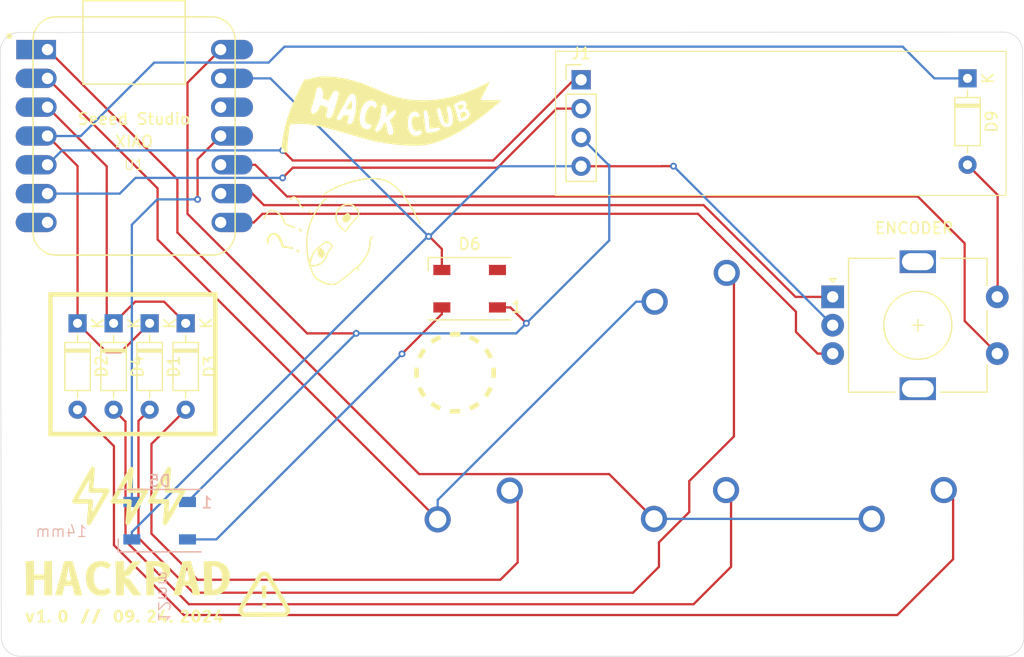
<source format=kicad_pcb>
(kicad_pcb (version 20240108) (generator "pcbnew") (generator_version "8.0")
  (layers (0 "F.Cu" signal) (31 "B.Cu" signal) (34 "B.Paste" user) (35 "F.Paste" user) (36 "B.SilkS" user "B.Silkscreen") (37 "F.SilkS" user "F.Silkscreen") (38 "B.Mask" user) (39 "F.Mask" user) (44 "Edge.Cuts" user))
  (net 0 "")
  (net 1 "Net-(D1-A)")
  (net 2 "ROW0")
  (net 3 "Net-(D2-A)")
  (net 4 "ROW1")
  (net 5 "EC11A")
  (net 6 "EC11SWA")
  (net 7 "GND")
  (net 8 "EC11B")
  (net 9 "COL0")
  (net 10 "COL1")
  (net 11 "Net-(D3-A)")
  (net 13 "VCC")
  (net 15 "Net-(D4-A)")
  (net 16 "SDA")
  (net 17 "SCL")
  (net 18 "WS2812B")
  (net 19 "Net-(D5-DOUT)")
  (net 21 "COL2")
  (footprint "Diode_THT:D_DO-35_SOD27_P7.62mm_Horizontal" (layer "F.Cu") (at 110.33125 99.695 -90)
    (property "Reference" "D4" (at 3.81 -2.12 90) (layer "F.SilkS"))
    (property "Value" "D")
    (fp_text user "K" (at 0 -1.8 90) (layer "F.SilkS"))
    (pad "1" thru_hole rect (at 0 0 270) (size 1.6 1.6) (drill 0.8) (layers "*.Cu" "*.Mask") (net 4 "ROW1"))
    (pad "2" thru_hole oval (at 7.62 0 270) (size 1.6 1.6) (drill 0.8) (layers "*.Cu" "*.Mask") (net 15 "Net-(D4-A)"))
  )
  (footprint "Seeed Studio XIAO Series Library:XIAO-Generic-Hybrid-14P-2.54-21X17.8MM" (layer "F.Cu") (at 112.136 83.185)
    (property "Reference" "U1" (at 0 2.54 0) (layer "F.SilkS") (effects (font (size 0.889 0.889) (thickness 0.1016))))
    (property "Value" "Seeed Studio XIAO RP2040" (hide yes))
    (fp_text user "XIAO" (at 0 0.5 0) (layer "F.SilkS"))
    (fp_text user "Seeed Studio" (at 0 -1.5 0) (layer "F.SilkS"))
    (pad "1" thru_hole rect (at -7.625 -7.62) (size 3.5 1.7) (drill 1 (offset -1 0)) (layers "*.Cu" "*.Mask") (net 10 "COL1"))
    (pad "2" thru_hole oval (at -7.625 -5.08) (size 3.6 1.7) (drill 1 (offset -1 0)) (layers "*.Cu" "*.Mask") (net 9 "COL0"))
    (pad "3" thru_hole oval (at -7.625 -2.54) (size 3.6 1.7) (drill 1 (offset -1 0)) (layers "*.Cu" "*.Mask") (net 4 "ROW1"))
    (pad "4" thru_hole oval (at -7.625 0) (size 3.6 1.7) (drill 1 (offset -1 0)) (layers "*.Cu" "*.Mask") (net 2 "ROW0"))
    (pad "5" thru_hole oval (at -7.625 2.54) (size 3.6 1.7) (drill 1 (offset -1 0)) (layers "*.Cu" "*.Mask") (net 16 "SDA"))
    (pad "6" thru_hole oval (at -7.625 5.08 180) (size 3.6 1.7) (drill 1 (offset 1 0)) (layers "*.Cu" "*.Mask") (net 17 "SCL"))
    (pad "7" thru_hole oval (at -7.625 7.62) (size 3.6 1.7) (drill 1 (offset -1 0)) (layers "*.Cu" "*.Mask"))
    (pad "8" thru_hole oval (at 7.625 7.62) (size 3.6 1.7) (drill 1 (offset 1 0)) (layers "*.Cu" "*.Mask") (net 8 "EC11B"))
    (pad "9" thru_hole oval (at 7.625 5.08) (size 3.6 1.7) (drill 1 (offset 1 0)) (layers "*.Cu" "*.Mask") (net 5 "EC11A"))
    (pad "10" thru_hole oval (at 7.625 2.54) (size 3.6 1.7) (drill 1 (offset 1 0)) (layers "*.Cu" "*.Mask") (net 21 "COL2"))
    (pad "11" thru_hole oval (at 7.625 0) (size 3.7 1.7) (drill 1 (offset 1 0)) (layers "*.Cu" "*.Mask") (net 18 "WS2812B"))
    (pad "12" thru_hole oval (at 7.625 -2.54) (size 3.7 1.7) (drill 1 (offset 1 0)) (layers "*.Cu" "*.Mask"))
    (pad "13" thru_hole oval (at 7.625 -5.08) (size 3.7 1.7) (drill 1 (offset 1 0)) (layers "*.Cu" "*.Mask") (net 7 "GND"))
    (pad "14" thru_hole oval (at 7.625 -7.62) (size 3.7 1.7) (drill 1 (offset 1 0)) (layers "*.Cu" "*.Mask") (net 13 "VCC"))
  )
  (footprint "Diode_THT:D_DO-35_SOD27_P7.62mm_Horizontal" (layer "F.Cu") (at 113.50625 99.695 -90)
    (property "Reference" "D1" (at 3.81 -2.12 90) (layer "F.SilkS"))
    (property "Value" "D")
    (fp_text user "K" (at 0 -1.8 90) (layer "F.SilkS"))
    (pad "1" thru_hole rect (at 0 0 270) (size 1.6 1.6) (drill 0.8) (layers "*.Cu" "*.Mask") (net 2 "ROW0"))
    (pad "2" thru_hole oval (at 7.62 0 270) (size 1.6 1.6) (drill 0.8) (layers "*.Cu" "*.Mask") (net 1 "Net-(D1-A)"))
  )
  (footprint "Connector_PinHeader_2.54mm:PinHeader_1x04_P2.54mm_Vertical" (layer "F.Cu") (at 151.511 78.232)
    (property "Reference" "J1" (at 0 -2.33 0) (layer "F.SilkS"))
    (property "Value" "OLED_DISPLAY")
    (pad "1" thru_hole rect (at 0 0) (size 1.7 1.7) (drill 1) (layers "*.Cu" "*.Mask") (net 16 "SDA"))
    (pad "2" thru_hole oval (at 0 2.54) (size 1.7 1.7) (drill 1) (layers "*.Cu" "*.Mask") (net 17 "SCL"))
    (pad "3" thru_hole oval (at 0 5.08) (size 1.7 1.7) (drill 1) (layers "*.Cu" "*.Mask") (net 13 "VCC"))
    (pad "4" thru_hole oval (at 0 7.62) (size 1.7 1.7) (drill 1) (layers "*.Cu" "*.Mask") (net 7 "GND"))
  )
  (footprint "MX_Solderable:MX-Solderable-1U" (layer "F.Cu") (at 161.738 119.47525)
    (property "Reference" "SW4")
    (property "Value" "SW_Push_45deg")
    (pad "" np_thru_hole circle (at -5.08 0 48.099) (size 1.7018 1.7018) (drill 1.7018) (layers "F&B.Cu" "*.Mask"))
    (pad "" np_thru_hole circle (at 0 0) (size 3.9878 3.9878) (drill 3.9878) (layers "*.Cu" "*.Mask"))
    (pad "" np_thru_hole circle (at 5.08 0 48.099) (size 1.7018 1.7018) (drill 1.7018) (layers "F&B.Cu" "*.Mask"))
    (pad "1" thru_hole circle (at -3.81 -2.54) (size 2.3 2.3) (drill 1.524) (layers "*.Cu" "B.Mask") (net 10 "COL1"))
    (pad "2" thru_hole circle (at 2.54 -5.08) (size 2.3 2.3) (drill 1.524) (layers "*.Cu" "B.Mask") (net 15 "Net-(D4-A)"))
  )
  (footprint "MX_Solderable:MX-Solderable-1U" (layer "F.Cu") (at 180.915 119.47525)
    (property "Reference" "SW5")
    (property "Value" "SW_Push_45deg")
    (pad "" np_thru_hole circle (at -5.08 0 48.099) (size 1.7018 1.7018) (drill 1.7018) (layers "F&B.Cu" "*.Mask"))
    (pad "" np_thru_hole circle (at 0 0) (size 3.9878 3.9878) (drill 3.9878) (layers "*.Cu" "*.Mask"))
    (pad "" np_thru_hole circle (at 5.08 0 48.099) (size 1.7018 1.7018) (drill 1.7018) (layers "F&B.Cu" "*.Mask"))
    (pad "1" thru_hole circle (at -3.81 -2.54) (size 2.3 2.3) (drill 1.524) (layers "*.Cu" "B.Mask") (net 10 "COL1"))
    (pad "2" thru_hole circle (at 2.54 -5.08) (size 2.3 2.3) (drill 1.524) (layers "*.Cu" "B.Mask") (net 3 "Net-(D2-A)"))
  )
  (footprint "LED_SMD:LED_WS2812B_PLCC4_5.0x5.0mm_P3.2mm" (layer "F.Cu") (at 141.695 96.646 180)
    (property "Reference" "D6" (at 0 3.936 180) (layer "F.SilkS"))
    (property "Value" "WS2812B")
    (fp_text user "1" (at -4.15 -1.6 180) (layer "F.SilkS"))
    (pad "1" smd rect (at -2.45 -1.65 180) (size 1.5 0.9) (layers "F.Cu" "F.Paste" "F.Mask") (net 13 "VCC"))
    (pad "2" smd rect (at -2.45 1.65 180) (size 1.5 0.9) (layers "F.Cu" "F.Paste" "F.Mask"))
    (pad "3" smd rect (at 2.45 1.65 180) (size 1.5 0.9) (layers "F.Cu" "F.Paste" "F.Mask") (net 7 "GND"))
    (pad "4" smd rect (at 2.45 -1.65 180) (size 1.5 0.9) (layers "F.Cu" "F.Paste" "F.Mask") (net 19 "Net-(D5-DOUT)"))
  )
  (footprint "Diode_THT:D_DO-35_SOD27_P7.62mm_Horizontal" (layer "F.Cu") (at 107.15625 99.695 -90)
    (property "Reference" "D2" (at 3.81 -2.12 90) (layer "F.SilkS"))
    (property "Value" "D")
    (fp_text user "K" (at 0 -1.8 90) (layer "F.SilkS"))
    (pad "1" thru_hole rect (at 0 0 270) (size 1.6 1.6) (drill 0.8) (layers "*.Cu" "*.Mask") (net 2 "ROW0"))
    (pad "2" thru_hole oval (at 7.62 0 270) (size 1.6 1.6) (drill 0.8) (layers "*.Cu" "*.Mask") (net 3 "Net-(D2-A)"))
  )
  (footprint "Rotary_Encoder:RotaryEncoder_Alps_EC11E-Switch_Vertical_H20mm" (layer "F.Cu") (at 173.669 97.36575)
    (property "Reference" "ENCODER" (at 7.179 -6.05275 0) (layer "F.SilkS"))
    (property "Value" "RotaryEncoder_Switch")
    (pad "A" thru_hole rect (at 0 0) (size 2 2) (drill 1) (layers "*.Cu" "*.Mask") (net 5 "EC11A"))
    (pad "B" thru_hole circle (at 0 5) (size 2 2) (drill 1) (layers "*.Cu" "*.Mask") (net 8 "EC11B"))
    (pad "C" thru_hole circle (at 0 2.5) (size 2 2) (drill 1) (layers "*.Cu" "*.Mask") (net 7 "GND"))
    (pad "MP" thru_hole rect (at 7.5 -3.1) (size 3.2 2) (drill oval 2.8 1.5) (layers "*.Cu" "*.Mask"))
    (pad "MP" thru_hole rect (at 7.5 8.1) (size 3.2 2) (drill oval 2.8 1.5) (layers "*.Cu" "*.Mask"))
    (pad "S1" thru_hole circle (at 14.5 5) (size 2 2) (drill 1) (layers "*.Cu" "*.Mask") (net 21 "COL2"))
    (pad "S2" thru_hole circle (at 14.5 0) (size 2 2) (drill 1) (layers "*.Cu" "*.Mask") (net 6 "EC11SWA"))
  )
  (footprint "LOGO" (layer "F.Cu") (at 145.415 101.854)
    (property "Reference" "G***" (hide yes))
    (property "Value" "LOGO" (hide yes))
  )
  (footprint "MountingHole:MountingHole_3.2mm_M3" (layer "F.Cu") (at 140.397 104.07275)
    (property "Reference" "REF**" (hide yes))
    (property "Value" "MountingHole_3.2mm_M3")
    (pad "" np_thru_hole circle (at 0 0) (size 3.2 3.2) (drill 3.2) (layers "*.Cu" "*.Mask"))
  )
  (footprint "Diode_THT:D_DO-35_SOD27_P7.62mm_Horizontal" (layer "F.Cu") (at 116.68125 99.695 -90)
    (property "Reference" "D3" (at 3.81 -2.12 90) (layer "F.SilkS"))
    (property "Value" "D")
    (fp_text user "K" (at 0 -1.8 90) (layer "F.SilkS"))
    (pad "1" thru_hole rect (at 0 0 270) (size 1.6 1.6) (drill 0.8) (layers "*.Cu" "*.Mask") (net 4 "ROW1"))
    (pad "2" thru_hole oval (at 7.62 0 270) (size 1.6 1.6) (drill 0.8) (layers "*.Cu" "*.Mask") (net 11 "Net-(D3-A)"))
  )
  (footprint "Diode_THT:D_DO-35_SOD27_P7.62mm_Horizontal" (layer "F.Cu") (at 185.547 78.105 -90)
    (property "Reference" "D9" (at 3.81 -2.12 90) (layer "F.SilkS"))
    (property "Value" "D")
    (fp_text user "K" (at 0 -1.8 90) (layer "F.SilkS"))
    (pad "1" thru_hole rect (at 0 0 270) (size 1.6 1.6) (drill 0.8) (layers "*.Cu" "*.Mask") (net 2 "ROW0"))
    (pad "2" thru_hole oval (at 7.62 0 270) (size 1.6 1.6) (drill 0.8) (layers "*.Cu" "*.Mask") (net 6 "EC11SWA"))
  )
  (footprint "MX_Solderable:MX-Solderable-1U" (layer "F.Cu") (at 142.688 119.52)
    (property "Reference" "SW3")
    (property "Value" "SW_Push_45deg")
    (pad "" np_thru_hole circle (at -5.08 0 48.099) (size 1.7018 1.7018) (drill 1.7018) (layers "F&B.Cu" "*.Mask"))
    (pad "" np_thru_hole circle (at 0 0) (size 3.9878 3.9878) (drill 3.9878) (layers "*.Cu" "*.Mask"))
    (pad "" np_thru_hole circle (at 5.08 0 48.099) (size 1.7018 1.7018) (drill 1.7018) (layers "F&B.Cu" "*.Mask"))
    (pad "1" thru_hole circle (at -3.81 -2.54) (size 2.3 2.3) (drill 1.524) (layers "*.Cu" "B.Mask") (net 9 "COL0"))
    (pad "2" thru_hole circle (at 2.54 -5.08) (size 2.3 2.3) (drill 1.524) (layers "*.Cu" "B.Mask") (net 11 "Net-(D3-A)"))
  )
  (footprint "MX_Solderable:MX-Solderable-1U" (layer "F.Cu") (at 161.798 100.33)
    (property "Reference" "SW2")
    (property "Value" "SW_Push_45deg")
    (pad "" np_thru_hole circle (at -5.08 0 48.099) (size 1.7018 1.7018) (drill 1.7018) (layers "F&B.Cu" "*.Mask"))
    (pad "" np_thru_hole circle (at 0 0) (size 3.9878 3.9878) (drill 3.9878) (layers "*.Cu" "*.Mask"))
    (pad "" np_thru_hole circle (at 5.08 0 48.099) (size 1.7018 1.7018) (drill 1.7018) (layers "F&B.Cu" "*.Mask"))
    (pad "1" thru_hole circle (at -3.81 -2.54) (size 2.3 2.3) (drill 1.524) (layers "*.Cu" "B.Mask") (net 9 "COL0"))
    (pad "2" thru_hole circle (at 2.54 -5.08) (size 2.3 2.3) (drill 1.524) (layers "*.Cu" "B.Mask") (net 1 "Net-(D1-A)"))
  )
  (footprint "LED_SMD:LED_WS2812B_PLCC4_5.0x5.0mm_P3.2mm" (layer "B.Cu") (at 114.39 117.095 180)
    (property "Reference" "D5" (at 0 3.5 180) (layer "B.SilkS") (effects (justify mirror)))
    (property "Value" "WS2812B")
    (fp_text user "1" (at -4.15 1.6 180) (layer "B.SilkS") (effects (justify mirror)))
    (pad "1" smd rect (at -2.45 1.65 180) (size 1.5 0.9) (layers "B.Cu" "B.Paste" "B.Mask") (net 13 "VCC"))
    (pad "2" smd rect (at -2.45 -1.65 180) (size 1.5 0.9) (layers "B.Cu" "B.Paste" "B.Mask") (net 19 "Net-(D5-DOUT)"))
    (pad "3" smd rect (at 2.45 -1.65 180) (size 1.5 0.9) (layers "B.Cu" "B.Paste" "B.Mask") (net 7 "GND"))
    (pad "4" smd rect (at 2.45 1.65 180) (size 1.5 0.9) (layers "B.Cu" "B.Paste" "B.Mask") (net 18 "WS2812B"))
  )
  (gr_rect (start 149.25675 75.72375) (end 188.94425 88.42375) (stroke (width 0.1)) (fill none) (layer "F.SilkS"))
  (gr_line (start 190.512175 127.381003) (end 190.385175 75.692001) (stroke (width 0.05)) (layer "Edge.Cuts"))
  (gr_arc (start 100.350868 75.72504) (mid 100.838 74.549) (end 102.01404 74.061868) (stroke (width 0.05)) (layer "Edge.Cuts"))
  (gr_line (start 102.108001 129.044175) (end 188.849003 129.044175) (stroke (width 0.05)) (layer "Edge.Cuts"))
  (gr_line (start 188.722003 74.028829) (end 102.01404 74.061868) (stroke (width 0.05)) (layer "Edge.Cuts"))
  (gr_arc (start 188.722003 74.028829) (mid 189.898043 74.515961) (end 190.385175 75.692001) (stroke (width 0.05)) (layer "Edge.Cuts"))
  (gr_line (start 100.350868 75.72504) (end 100.444829 127.381003) (stroke (width 0.05)) (layer "Edge.Cuts"))
  (gr_arc (start 102.108001 129.044175) (mid 100.931961 128.557043) (end 100.444829 127.381003) (stroke (width 0.05)) (layer "Edge.Cuts"))
  (gr_arc (start 190.512175 127.381003) (mid 190.025043 128.557043) (end 188.849003 129.044175) (stroke (width 0.05)) (layer "Edge.Cuts"))
  (gr_text "12mm" (at 114.173 126.111 -90) (layer "B.SilkS") (effects (font (size 1 1) (thickness 0.1)) (justify left bottom mirror)))
  (gr_text "14mm" (at 108.077 118.618 -0) (layer "B.SilkS") (effects (font (size 1 1) (thickness 0.1)) (justify left bottom mirror)))
  (segment (start 161.036 116.332) (end 161.036 113.6015) (width 0.2) (layer "F.Cu") (net 1))
  (segment (start 164.973 109.6645) (end 164.973 95.885) (width 0.2) (layer "F.Cu") (net 1))
  (segment (start 112.522 108.29925) (end 112.522 118.618) (width 0.2) (layer "F.Cu") (net 1))
  (segment (start 117.348 123.444) (end 156.083 123.444) (width 0.2) (layer "F.Cu") (net 1))
  (segment (start 161.036 113.6015) (end 164.973 109.6645) (width 0.2) (layer "F.Cu") (net 1))
  (segment (start 158.369 118.999) (end 161.036 116.332) (width 0.2) (layer "F.Cu") (net 1))
  (segment (start 158.369 121.158) (end 158.369 118.999) (width 0.2) (layer "F.Cu") (net 1))
  (segment (start 164.973 95.885) (end 164.338 95.25) (width 0.2) (layer "F.Cu") (net 1))
  (segment (start 156.083 123.444) (end 158.369 121.158) (width 0.2) (layer "F.Cu") (net 1))
  (segment (start 112.522 118.618) (end 117.348 123.444) (width 0.2) (layer "F.Cu") (net 1))
  (segment (start 113.50625 107.315) (end 112.522 108.29925) (width 0.2) (layer "F.Cu") (net 1))
  (segment (start 104.511 83.185) (end 107.15625 85.83025) (width 0.2) (layer "F.Cu") (net 2))
  (segment (start 109.69625 102.235) (end 107.15625 99.695) (width 0.2) (layer "F.Cu") (net 2))
  (segment (start 107.15625 85.83025) (end 107.15625 99.695) (width 0.2) (layer "F.Cu") (net 2))
  (segment (start 110.96625 102.235) (end 109.69625 102.235) (width 0.2) (layer "F.Cu") (net 2))
  (segment (start 113.50625 99.695) (end 110.96625 102.235) (width 0.2) (layer "F.Cu") (net 2))
  (segment (start 113.912 76.715) (end 107.442 83.185) (width 0.2) (layer "B.Cu") (net 2))
  (segment (start 179.832 75.311) (end 125.384173 75.311) (width 0.2) (layer "B.Cu") (net 2))
  (segment (start 185.547 78.105) (end 182.626 78.105) (width 0.2) (layer "B.Cu") (net 2))
  (segment (start 107.442 83.185) (end 104.511 83.185) (width 0.2) (layer "B.Cu") (net 2))
  (segment (start 125.384173 75.311) (end 123.980173 76.715) (width 0.2) (layer "B.Cu") (net 2))
  (segment (start 182.626 78.105) (end 179.832 75.311) (width 0.2) (layer "B.Cu") (net 2))
  (segment (start 123.980173 76.715) (end 113.912 76.715) (width 0.2) (layer "B.Cu") (net 2))
  (segment (start 110.363 119.253) (end 116.5225 125.4125) (width 0.2) (layer "F.Cu") (net 3))
  (segment (start 107.15625 107.315) (end 110.363 110.52175) (width 0.2) (layer "F.Cu") (net 3))
  (segment (start 116.5225 125.4125) (end 179.354279 125.4125) (width 0.2) (layer "F.Cu") (net 3))
  (segment (start 184.277 120.489779) (end 184.277 115.21725) (width 0.2) (layer "F.Cu") (net 3))
  (segment (start 184.277 115.21725) (end 183.455 114.39525) (width 0.2) (layer "F.Cu") (net 3))
  (segment (start 110.363 110.52175) (end 110.363 119.253) (width 0.2) (layer "F.Cu") (net 3))
  (segment (start 179.354279 125.4125) (end 184.277 120.489779) (width 0.2) (layer "F.Cu") (net 3))
  (segment (start 110.33125 99.695) (end 109.728 99.09175) (width 0.2) (layer "F.Cu") (net 4))
  (segment (start 114.77625 97.79) (end 112.23625 97.79) (width 0.2) (layer "F.Cu") (net 4))
  (segment (start 112.23625 97.79) (end 110.33125 99.695) (width 0.2) (layer "F.Cu") (net 4))
  (segment (start 109.728 85.862) (end 104.511 80.645) (width 0.2) (layer "F.Cu") (net 4))
  (segment (start 109.728 99.09175) (end 109.728 85.862) (width 0.2) (layer "F.Cu") (net 4))
  (segment (start 116.68125 99.695) (end 114.77625 97.79) (width 0.2) (layer "F.Cu") (net 4))
  (segment (start 123.571 89.281) (end 122.555 88.265) (width 0.2) (layer "F.Cu") (net 5))
  (segment (start 122.555 88.265) (end 119.761 88.265) (width 0.2) (layer "F.Cu") (net 5))
  (segment (start 173.669 97.36575) (end 170.39075 97.36575) (width 0.2) (layer "F.Cu") (net 5))
  (segment (start 162.306 89.281) (end 123.571 89.281) (width 0.2) (layer "F.Cu") (net 5))
  (segment (start 170.39075 97.36575) (end 162.306 89.281) (width 0.2) (layer "F.Cu") (net 5))
  (segment (start 188.169 97.36575) (end 188.2 97.33475) (width 0.2) (layer "F.Cu") (net 6))
  (segment (start 188.2 97.33475) (end 188.2 88.378) (width 0.2) (layer "F.Cu") (net 6))
  (segment (start 188.2 88.378) (end 185.547 85.725) (width 0.2) (layer "F.Cu") (net 6))
  (segment (start 138.08075 92.04325) (end 138.14425 92.04325) (width 0.2) (layer "F.Cu") (net 7))
  (segment (start 158.623 85.852) (end 151.511 85.852) (width 0.2) (layer "F.Cu") (net 7))
  (segment (start 139.245 93.144) (end 139.245 94.996) (width 0.2) (layer "F.Cu") (net 7))
  (segment (start 138.14425 92.04325) (end 139.245 93.144) (width 0.2) (layer "F.Cu") (net 7))
  (segment (start 158.631125 85.843875) (end 158.623 85.852) (width 0.2) (layer "F.Cu") (net 7))
  (segment (start 159.647125 85.843875) (end 158.631125 85.843875) (width 0.2) (layer "F.Cu") (net 7))
  (via (at 138.08075 92.04325) (size 0.6) (drill 0.3) (layers "F.Cu" "B.Cu") (net 7))
  (via (at 159.647125 85.843875) (size 0.6) (drill 0.3) (layers "F.Cu" "B.Cu") (net 7))
  (segment (start 138.14425 92.04325) (end 144.3355 85.852) (width 0.2) (layer "B.Cu") (net 7))
  (segment (start 124.1425 78.105) (end 119.761 78.105) (width 0.2) (layer "B.Cu") (net 7))
  (segment (start 111.94 118.095) (end 111.94 118.745) (width 0.2) (layer "B.Cu") (net 7))
  (segment (start 144.3355 85.852) (end 151.511 85.852) (width 0.2) (layer "B.Cu") (net 7))
  (segment (start 159.647125 85.843875) (end 173.669 99.86575) (width 0.2) (layer "B.Cu") (net 7))
  (segment (start 138.08075 92.04325) (end 137.99175 92.04325) (width 0.2) (layer "B.Cu") (net 7))
  (segment (start 138.08075 92.04325) (end 138.14425 92.04325) (width 0.2) (layer "B.Cu") (net 7))
  (segment (start 138.08075 92.04325) (end 124.1425 78.105) (width 0.2) (layer "B.Cu") (net 7))
  (segment (start 137.99175 92.04325) (end 111.94 118.095) (width 0.2) (layer "B.Cu") (net 7))
  (segment (start 122.682 90.805) (end 123.444 90.043) (width 0.2) (layer "F.Cu") (net 8))
  (segment (start 119.761 90.805) (end 122.682 90.805) (width 0.2) (layer "F.Cu") (net 8))
  (segment (start 170.434 98.679) (end 170.434 100.457) (width 0.2) (layer "F.Cu") (net 8))
  (segment (start 123.444 90.043) (end 161.798 90.043) (width 0.2) (layer "F.Cu") (net 8))
  (segment (start 161.798 90.043) (end 170.434 98.679) (width 0.2) (layer "F.Cu") (net 8))
  (segment (start 172.34275 102.36575) (end 173.669 102.36575) (width 0.2) (layer "F.Cu") (net 8))
  (segment (start 170.434 100.457) (end 172.34275 102.36575) (width 0.2) (layer "F.Cu") (net 8))
  (segment (start 138.878 116.98) (end 114.20675 92.30875) (width 0.2) (layer "F.Cu") (net 9))
  (segment (start 114.20675 87.80075) (end 104.511 78.105) (width 0.2) (layer "F.Cu") (net 9))
  (segment (start 114.20675 92.30875) (end 114.20675 87.80075) (width 0.2) (layer "F.Cu") (net 9))
  (segment (start 138.878 115.273655) (end 138.878 116.98) (width 0.2) (layer "B.Cu") (net 9))
  (segment (start 156.361655 97.79) (end 138.878 115.273655) (width 0.2) (layer "B.Cu") (net 9))
  (segment (start 157.988 97.79) (end 156.361655 97.79) (width 0.2) (layer "B.Cu") (net 9))
  (segment (start 115.951 91.694) (end 115.951 87.005) (width 0.2) (layer "F.Cu") (net 10))
  (segment (start 115.951 87.005) (end 104.511 75.565) (width 0.2) (layer "F.Cu") (net 10))
  (segment (start 153.98275 112.99) (end 137.247 112.99) (width 0.2) (layer "F.Cu") (net 10))
  (segment (start 137.247 112.99) (end 115.951 91.694) (width 0.2) (layer "F.Cu") (net 10))
  (segment (start 157.928 116.93525) (end 153.98275 112.99) (width 0.2) (layer "F.Cu") (net 10))
  (segment (start 177.105 116.93525) (end 157.928 116.93525) (width 0.2) (layer "B.Cu") (net 10))
  (segment (start 145.923 115.135) (end 145.923 120.777) (width 0.2) (layer "F.Cu") (net 11))
  (segment (start 144.399 122.301) (end 117.729 122.301) (width 0.2) (layer "F.Cu") (net 11))
  (segment (start 145.923 120.777) (end 144.399 122.301) (width 0.2) (layer "F.Cu") (net 11))
  (segment (start 113.665 110.33125) (end 116.68125 107.315) (width 0.2) (layer "F.Cu") (net 11))
  (segment (start 113.665 118.237) (end 113.665 110.33125) (width 0.2) (layer "F.Cu") (net 11))
  (segment (start 145.228 114.44) (end 145.923 115.135) (width 0.2) (layer "F.Cu") (net 11))
  (segment (start 117.729 122.301) (end 113.665 118.237) (width 0.2) (layer "F.Cu") (net 11))
  (segment (start 116.84 90.043) (end 116.84 78.486) (width 0.2) (layer "F.Cu") (net 13))
  (segment (start 116.84 78.486) (end 119.761 75.565) (width 0.2) (layer "F.Cu") (net 13))
  (segment (start 145.286 98.296) (end 144.145 98.296) (width 0.2) (layer "F.Cu") (net 13))
  (segment (start 127.381 100.584) (end 116.84 90.043) (width 0.2) (layer "F.Cu") (net 13))
  (segment (start 131.701 100.584) (end 127.381 100.584) (width 0.2) (layer "F.Cu") (net 13))
  (segment (start 146.685 99.695) (end 145.286 98.296) (width 0.2) (layer "F.Cu") (net 13))
  (via (at 146.685 99.695) (size 0.6) (drill 0.3) (layers "F.Cu" "B.Cu") (net 13))
  (via (at 131.701 100.584) (size 0.6) (drill 0.3) (layers "F.Cu" "B.Cu") (net 13))
  (segment (start 153.924 85.725) (end 151.511 83.312) (width 0.2) (layer "B.Cu") (net 13))
  (segment (start 153.9875 92.3925) (end 153.9875 85.725) (width 0.2) (layer "B.Cu") (net 13))
  (segment (start 116.84 115.445) (end 131.701 100.584) (width 0.2) (layer "B.Cu") (net 13))
  (segment (start 145.796 100.584) (end 131.701 100.584) (width 0.2) (layer "B.Cu") (net 13))
  (segment (start 146.685 99.695) (end 145.796 100.584) (width 0.2) (layer "B.Cu") (net 13))
  (segment (start 146.685 99.695) (end 153.9875 92.3925) (width 0.2) (layer "B.Cu") (net 13))
  (segment (start 153.9875 85.725) (end 153.924 85.725) (width 0.2) (layer "B.Cu") (net 13))
  (segment (start 116.967 124.46) (end 161.417 124.46) (width 0.2) (layer "F.Cu") (net 15))
  (segment (start 161.417 124.46) (end 164.719 121.158) (width 0.2) (layer "F.Cu") (net 15))
  (segment (start 111.379 108.36275) (end 111.379 118.872) (width 0.2) (layer "F.Cu") (net 15))
  (segment (start 164.719 114.83625) (end 164.278 114.39525) (width 0.2) (layer "F.Cu") (net 15))
  (segment (start 111.379 118.872) (end 116.967 124.46) (width 0.2) (layer "F.Cu") (net 15))
  (segment (start 164.719 121.158) (end 164.719 114.83625) (width 0.2) (layer "F.Cu") (net 15))
  (segment (start 110.33125 107.315) (end 111.379 108.36275) (width 0.2) (layer "F.Cu") (net 15))
  (segment (start 143.764 85.344) (end 150.876 78.232) (width 0.2) (layer "F.Cu") (net 16))
  (segment (start 125.222 84.455) (end 126.111 85.344) (width 0.2) (layer "F.Cu") (net 16))
  (segment (start 126.111 85.344) (end 143.764 85.344) (width 0.2) (layer "F.Cu") (net 16))
  (segment (start 150.876 78.232) (end 151.511 78.232) (width 0.2) (layer "F.Cu") (net 16))
  (via (at 125.222 84.455) (size 0.6) (drill 0.3) (layers "F.Cu" "B.Cu") (net 16))
  (segment (start 125.222 84.455) (end 105.781 84.455) (width 0.2) (layer "B.Cu") (net 16))
  (segment (start 105.781 84.455) (end 104.511 85.725) (width 0.2) (layer "B.Cu") (net 16))
  (segment (start 126.118 85.979) (end 144.145 85.979) (width 0.2) (layer "F.Cu") (net 17))
  (segment (start 144.145 85.979) (end 149.352 80.772) (width 0.2) (layer "F.Cu") (net 17))
  (segment (start 125.222 86.875) (end 126.118 85.979) (width 0.2) (layer "F.Cu") (net 17))
  (segment (start 149.352 80.772) (end 151.511 80.772) (width 0.2) (layer "F.Cu") (net 17))
  (via (at 125.222 86.875) (size 0.6) (drill 0.3) (layers "F.Cu" "B.Cu") (net 17))
  (segment (start 125.222 86.875) (end 112.261 86.875) (width 0.2) (layer "B.Cu") (net 17))
  (segment (start 112.261 86.875) (end 110.871 88.265) (width 0.2) (layer "B.Cu") (net 17))
  (segment (start 110.871 88.265) (end 104.511 88.265) (width 0.2) (layer "B.Cu") (net 17))
  (segment (start 117.729 85.217) (end 119.761 83.185) (width 0.2) (layer "F.Cu") (net 18))
  (segment (start 117.729 88.773) (end 117.729 85.217) (width 0.2) (layer "F.Cu") (net 18))
  (via (at 117.729 88.773) (size 0.6) (drill 0.3) (layers "F.Cu" "B.Cu") (net 18))
  (segment (start 117.729 88.773) (end 114.173 88.773) (width 0.2) (layer "B.Cu") (net 18))
  (segment (start 111.94 91.006) (end 111.94 115.445) (width 0.2) (layer "B.Cu") (net 18))
  (segment (start 114.173 88.773) (end 111.94 91.006) (width 0.2) (layer "B.Cu") (net 18))
  (segment (start 139.245 98.296) (end 139.245 98.88) (width 0.2) (layer "F.Cu") (net 19))
  (segment (start 139.245 98.88) (end 135.73125 102.39375) (width 0.2) (layer "F.Cu") (net 19))
  (via (at 135.73125 102.39375) (size 0.6) (drill 0.3) (layers "F.Cu" "B.Cu") (net 19))
  (segment (start 119.38 118.745) (end 116.84 118.745) (width 0.2) (layer "B.Cu") (net 19))
  (segment (start 135.73125 102.39375) (end 119.38 118.745) (width 0.2) (layer "B.Cu") (net 19))
  (segment (start 122.809 85.725) (end 125.603 88.519) (width 0.2) (layer "F.Cu") (net 21))
  (segment (start 185.293 92.6465) (end 185.293 99.48975) (width 0.2) (layer "F.Cu") (net 21))
  (segment (start 125.603 88.519) (end 181.1655 88.519) (width 0.2) (layer "F.Cu") (net 21))
  (segment (start 185.293 99.48975) (end 188.169 102.36575) (width 0.2) (layer "F.Cu") (net 21))
  (segment (start 181.1655 88.519) (end 185.293 92.6465) (width 0.2) (layer "F.Cu") (net 21))
  (segment (start 119.761 85.725) (end 122.809 85.725) (width 0.2) (layer "F.Cu") (net 21))
)
</source>
